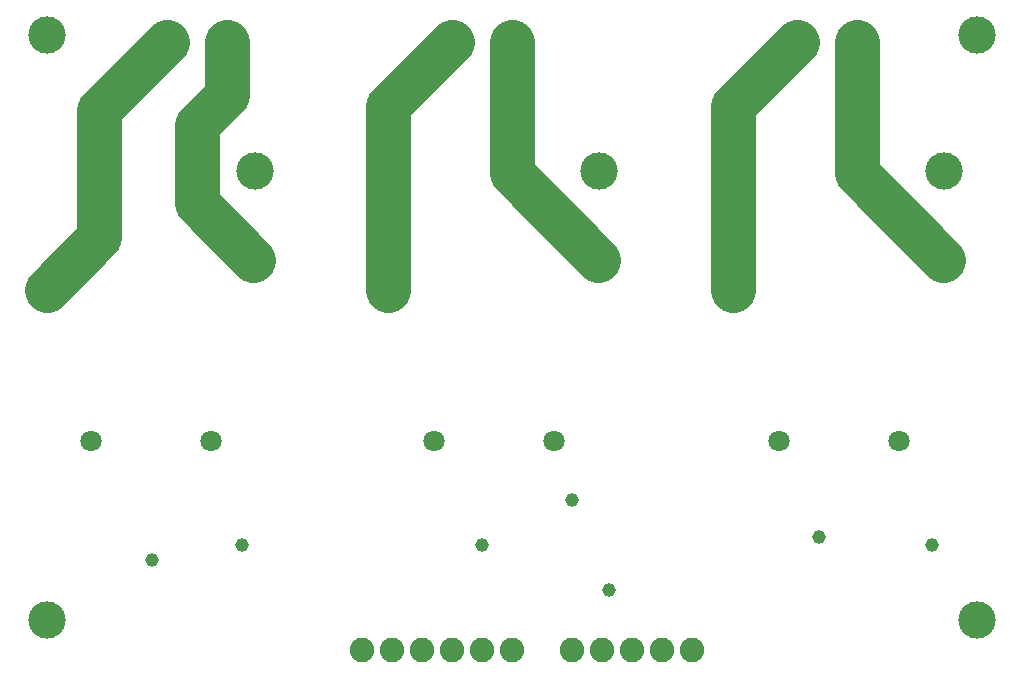
<source format=gbs>
G75*
G70*
%OFA0B0*%
%FSLAX24Y24*%
%IPPOS*%
%LPD*%
%AMOC8*
5,1,8,0,0,1.08239X$1,22.5*
%
%ADD10C,0.1500*%
%ADD11C,0.1241*%
%ADD12C,0.1270*%
%ADD13C,0.0710*%
%ADD14C,0.1360*%
%ADD15C,0.0820*%
%ADD16C,0.0457*%
D10*
X002726Y013726D02*
X004476Y015476D01*
X004476Y017101D01*
X004476Y017226D02*
X004476Y019726D01*
X006726Y021976D01*
X008726Y021976D02*
X008726Y020226D01*
X007726Y019226D01*
X007726Y016601D01*
X009601Y014726D01*
X014101Y014976D02*
X014101Y013726D01*
X014101Y014976D02*
X014101Y018476D01*
X014101Y014976D01*
X018226Y017601D02*
X021101Y014726D01*
X018226Y017601D02*
X018226Y021976D01*
X016226Y021976D02*
X014101Y019851D01*
X014101Y018476D01*
X025601Y018476D02*
X025601Y014976D01*
X025601Y018476D01*
X025601Y019851D01*
X027726Y021976D01*
X029726Y021976D02*
X029726Y017601D01*
X032601Y014726D01*
X025601Y014976D02*
X025601Y013726D01*
D11*
X002726Y002726D03*
X009682Y014682D03*
X009682Y017686D03*
X002726Y022226D03*
X021119Y017686D03*
X021119Y014682D03*
X032619Y014682D03*
X032619Y017686D03*
X033726Y022226D03*
X033726Y002726D03*
D12*
X025627Y013682D03*
X014127Y013682D03*
X002690Y013682D03*
D13*
X004186Y008682D03*
X008186Y008682D03*
X015623Y008682D03*
X019623Y008682D03*
X027123Y008682D03*
X031123Y008682D03*
D14*
X029726Y021976D03*
X027726Y021976D03*
X018226Y021976D03*
X016226Y021976D03*
X008726Y021976D03*
X006726Y021976D03*
D15*
X013226Y001726D03*
X014226Y001726D03*
X015226Y001726D03*
X016226Y001726D03*
X017226Y001726D03*
X018226Y001726D03*
X020226Y001726D03*
X021226Y001726D03*
X022226Y001726D03*
X023226Y001726D03*
X024226Y001726D03*
D16*
X021476Y003726D03*
X017226Y005226D03*
X020226Y006726D03*
X028476Y005476D03*
X032226Y005226D03*
X009226Y005226D03*
X006226Y004726D03*
M02*

</source>
